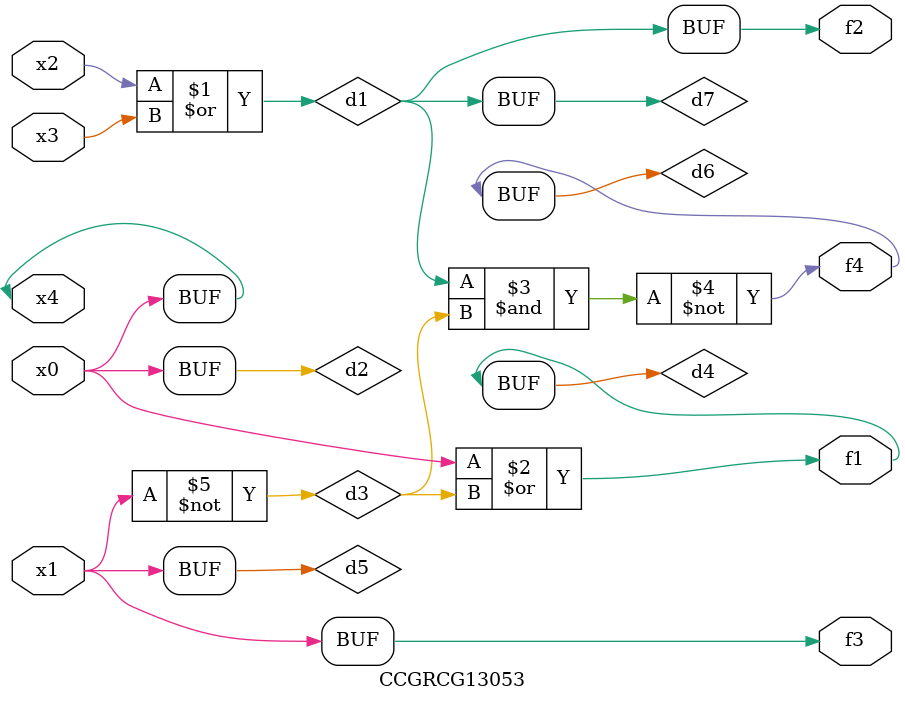
<source format=v>
module CCGRCG13053(
	input x0, x1, x2, x3, x4,
	output f1, f2, f3, f4
);

	wire d1, d2, d3, d4, d5, d6, d7;

	or (d1, x2, x3);
	buf (d2, x0, x4);
	not (d3, x1);
	or (d4, d2, d3);
	not (d5, d3);
	nand (d6, d1, d3);
	or (d7, d1);
	assign f1 = d4;
	assign f2 = d7;
	assign f3 = d5;
	assign f4 = d6;
endmodule

</source>
